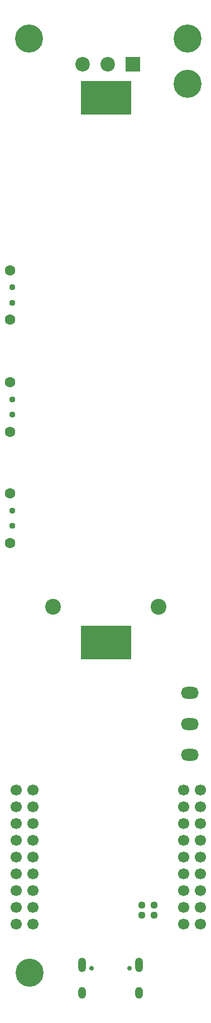
<source format=gbs>
%TF.GenerationSoftware,KiCad,Pcbnew,7.0.8*%
%TF.CreationDate,2023-11-02T15:01:12+01:00*%
%TF.ProjectId,led-tube,6c65642d-7475-4626-952e-6b696361645f,rev?*%
%TF.SameCoordinates,Original*%
%TF.FileFunction,Soldermask,Bot*%
%TF.FilePolarity,Negative*%
%FSLAX46Y46*%
G04 Gerber Fmt 4.6, Leading zero omitted, Abs format (unit mm)*
G04 Created by KiCad (PCBNEW 7.0.8) date 2023-11-02 15:01:12*
%MOMM*%
%LPD*%
G01*
G04 APERTURE LIST*
G04 Aperture macros list*
%AMRoundRect*
0 Rectangle with rounded corners*
0 $1 Rounding radius*
0 $2 $3 $4 $5 $6 $7 $8 $9 X,Y pos of 4 corners*
0 Add a 4 corners polygon primitive as box body*
4,1,4,$2,$3,$4,$5,$6,$7,$8,$9,$2,$3,0*
0 Add four circle primitives for the rounded corners*
1,1,$1+$1,$2,$3*
1,1,$1+$1,$4,$5*
1,1,$1+$1,$6,$7*
1,1,$1+$1,$8,$9*
0 Add four rect primitives between the rounded corners*
20,1,$1+$1,$2,$3,$4,$5,0*
20,1,$1+$1,$4,$5,$6,$7,0*
20,1,$1+$1,$6,$7,$8,$9,0*
20,1,$1+$1,$8,$9,$2,$3,0*%
G04 Aperture macros list end*
%ADD10C,0.950000*%
%ADD11C,1.600000*%
%ADD12O,2.700000X1.800000*%
%ADD13C,4.249987*%
%ADD14R,2.200000X2.200000*%
%ADD15C,2.200000*%
%ADD16C,2.400000*%
%ADD17C,0.700025*%
%ADD18O,1.200000X2.200000*%
%ADD19O,1.200000X1.800000*%
%ADD20C,1.700000*%
%ADD21RoundRect,0.237500X0.250000X0.237500X-0.250000X0.237500X-0.250000X-0.237500X0.250000X-0.237500X0*%
%ADD22RoundRect,0.237500X-0.250000X-0.237500X0.250000X-0.237500X0.250000X0.237500X-0.250000X0.237500X0*%
%ADD23R,7.620000X5.080000*%
G04 APERTURE END LIST*
D10*
%TO.C,SW2*%
X601400000Y-461150000D03*
X601400000Y-458850000D03*
D11*
X601100000Y-463750000D03*
X601100000Y-456250000D03*
%TD*%
D10*
%TO.C,SW1*%
X601400000Y-444150000D03*
X601400000Y-441850000D03*
D11*
X601100000Y-446750000D03*
X601100000Y-439250000D03*
%TD*%
D12*
%TO.C,SW4*%
X628300000Y-512700000D03*
X628300000Y-508000000D03*
X628300000Y-503300000D03*
%TD*%
D13*
%TO.C,U11*%
X604052540Y-545733230D03*
%TD*%
%TO.C,U10*%
X627978770Y-411017140D03*
%TD*%
%TO.C,U15*%
X603910340Y-404108230D03*
%TD*%
D10*
%TO.C,SW3*%
X601400000Y-478000000D03*
X601400000Y-475700000D03*
D11*
X601100000Y-480600000D03*
X601100000Y-473100000D03*
%TD*%
D14*
%TO.C,P1*%
X619720000Y-408000000D03*
D15*
X615910000Y-408000000D03*
X612100000Y-408000000D03*
%TD*%
D16*
%TO.C,BT1*%
X607600000Y-490240000D03*
%TD*%
D17*
%TO.C,U2*%
X613429941Y-545050127D03*
X619209977Y-545050127D03*
D18*
X611999918Y-544550000D03*
D19*
X611999918Y-548730086D03*
D18*
X620640000Y-544550000D03*
D19*
X620640000Y-548730086D03*
%TD*%
D20*
%TO.C,U1*%
X602027300Y-518005700D03*
X602027300Y-520545700D03*
X602027300Y-523085700D03*
X602027300Y-525625700D03*
X602027300Y-528165700D03*
X602027300Y-530705700D03*
X602027300Y-533245700D03*
X602027300Y-535785700D03*
X602027300Y-538325700D03*
X604567300Y-518005700D03*
X604567300Y-520545700D03*
X604567300Y-523085700D03*
X604567300Y-525625700D03*
X604567300Y-528165700D03*
X604567300Y-530705700D03*
X604567300Y-533245700D03*
X604567300Y-535785700D03*
X604567300Y-538325700D03*
X627427300Y-518005700D03*
X627427300Y-520545700D03*
X627427300Y-523085700D03*
X627427300Y-525625700D03*
X627427300Y-528165700D03*
X627427300Y-530705700D03*
X627427300Y-533245700D03*
X627427300Y-535785700D03*
X627427300Y-538325700D03*
X629967300Y-518005700D03*
X629967300Y-520545700D03*
X629967300Y-523085700D03*
X629967300Y-525625700D03*
X629967300Y-528165700D03*
X629967300Y-530705700D03*
X629967300Y-533245700D03*
X629967300Y-535785700D03*
X629967300Y-538325700D03*
%TD*%
D13*
%TO.C,U14*%
X627996740Y-404118430D03*
%TD*%
D21*
%TO.C,R12*%
X622862500Y-535450000D03*
X621037500Y-535450000D03*
%TD*%
D22*
%TO.C,R11*%
X621037500Y-536950000D03*
X622862500Y-536950000D03*
%TD*%
D16*
%TO.C,BT2*%
X623600000Y-490230000D03*
D23*
X615600000Y-413080000D03*
X615600000Y-495700000D03*
%TD*%
M02*

</source>
